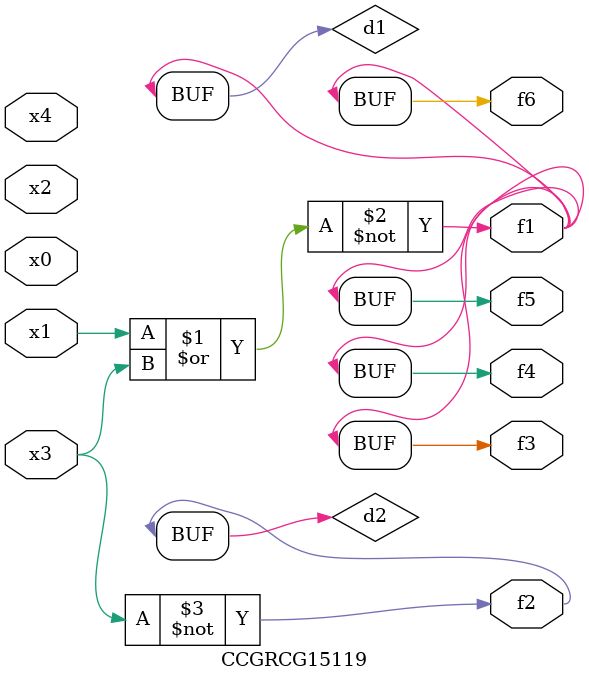
<source format=v>
module CCGRCG15119(
	input x0, x1, x2, x3, x4,
	output f1, f2, f3, f4, f5, f6
);

	wire d1, d2;

	nor (d1, x1, x3);
	not (d2, x3);
	assign f1 = d1;
	assign f2 = d2;
	assign f3 = d1;
	assign f4 = d1;
	assign f5 = d1;
	assign f6 = d1;
endmodule

</source>
